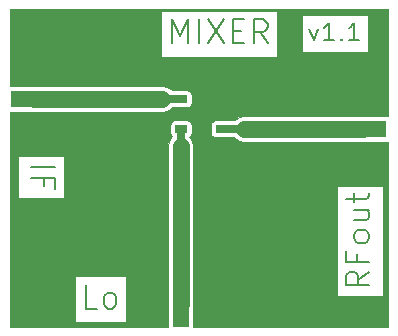
<source format=gbr>
G04 #@! TF.FileFunction,Copper,L1,Top,Signal*
%FSLAX46Y46*%
G04 Gerber Fmt 4.6, Leading zero omitted, Abs format (unit mm)*
G04 Created by KiCad (PCBNEW 4.0.2+dfsg1-stable) date Qua 18 Mai 2016 07:39:49 BRT*
%MOMM*%
G01*
G04 APERTURE LIST*
%ADD10C,0.100000*%
%ADD11C,0.150000*%
%ADD12C,0.200000*%
%ADD13C,1.500000*%
%ADD14R,4.000000X1.475000*%
%ADD15R,1.475000X4.000000*%
%ADD16R,1.090000X0.710000*%
%ADD17C,1.470000*%
%ADD18C,0.710000*%
G04 APERTURE END LIST*
D10*
D11*
X122952144Y-74100571D02*
X123309287Y-75100571D01*
X123666429Y-74100571D01*
X125023572Y-75100571D02*
X124166429Y-75100571D01*
X124595001Y-75100571D02*
X124595001Y-73600571D01*
X124452144Y-73814857D01*
X124309286Y-73957714D01*
X124166429Y-74029143D01*
X125666429Y-74957714D02*
X125737857Y-75029143D01*
X125666429Y-75100571D01*
X125595000Y-75029143D01*
X125666429Y-74957714D01*
X125666429Y-75100571D01*
X127166429Y-75100571D02*
X126309286Y-75100571D01*
X126737858Y-75100571D02*
X126737858Y-73600571D01*
X126595001Y-73814857D01*
X126452143Y-73957714D01*
X126309286Y-74029143D01*
D12*
X111316000Y-75326762D02*
X111316000Y-73326762D01*
X111982667Y-74755333D01*
X112649334Y-73326762D01*
X112649334Y-75326762D01*
X113601714Y-75326762D02*
X113601714Y-73326762D01*
X114363619Y-73326762D02*
X115696953Y-75326762D01*
X115696953Y-73326762D02*
X114363619Y-75326762D01*
X116458857Y-74279143D02*
X117125524Y-74279143D01*
X117411238Y-75326762D02*
X116458857Y-75326762D01*
X116458857Y-73326762D01*
X117411238Y-73326762D01*
X119411239Y-75326762D02*
X118744572Y-74374381D01*
X118268381Y-75326762D02*
X118268381Y-73326762D01*
X119030286Y-73326762D01*
X119220762Y-73422000D01*
X119316001Y-73517238D01*
X119411239Y-73707714D01*
X119411239Y-73993429D01*
X119316001Y-74183905D01*
X119220762Y-74279143D01*
X119030286Y-74374381D01*
X118268381Y-74374381D01*
X128034762Y-94699047D02*
X127082381Y-95365714D01*
X128034762Y-95841905D02*
X126034762Y-95841905D01*
X126034762Y-95080000D01*
X126130000Y-94889524D01*
X126225238Y-94794285D01*
X126415714Y-94699047D01*
X126701429Y-94699047D01*
X126891905Y-94794285D01*
X126987143Y-94889524D01*
X127082381Y-95080000D01*
X127082381Y-95841905D01*
X126987143Y-93175238D02*
X126987143Y-93841905D01*
X128034762Y-93841905D02*
X126034762Y-93841905D01*
X126034762Y-92889524D01*
X128034762Y-91841904D02*
X127939524Y-92032380D01*
X127844286Y-92127619D01*
X127653810Y-92222857D01*
X127082381Y-92222857D01*
X126891905Y-92127619D01*
X126796667Y-92032380D01*
X126701429Y-91841904D01*
X126701429Y-91556190D01*
X126796667Y-91365714D01*
X126891905Y-91270476D01*
X127082381Y-91175238D01*
X127653810Y-91175238D01*
X127844286Y-91270476D01*
X127939524Y-91365714D01*
X128034762Y-91556190D01*
X128034762Y-91841904D01*
X126701429Y-89460952D02*
X128034762Y-89460952D01*
X126701429Y-90318095D02*
X127749048Y-90318095D01*
X127939524Y-90222856D01*
X128034762Y-90032380D01*
X128034762Y-89746666D01*
X127939524Y-89556190D01*
X127844286Y-89460952D01*
X126701429Y-88794285D02*
X126701429Y-88032380D01*
X126034762Y-88508571D02*
X127749048Y-88508571D01*
X127939524Y-88413332D01*
X128034762Y-88222856D01*
X128034762Y-88032380D01*
X104974285Y-97804762D02*
X104021904Y-97804762D01*
X104021904Y-95804762D01*
X105926667Y-97804762D02*
X105736191Y-97709524D01*
X105640952Y-97614286D01*
X105545714Y-97423810D01*
X105545714Y-96852381D01*
X105640952Y-96661905D01*
X105736191Y-96566667D01*
X105926667Y-96471429D01*
X106212381Y-96471429D01*
X106402857Y-96566667D01*
X106498095Y-96661905D01*
X106593333Y-96852381D01*
X106593333Y-97423810D01*
X106498095Y-97614286D01*
X106402857Y-97709524D01*
X106212381Y-97804762D01*
X105926667Y-97804762D01*
X99415238Y-85782857D02*
X101415238Y-85782857D01*
X100462857Y-87401905D02*
X100462857Y-86735238D01*
X99415238Y-86735238D02*
X101415238Y-86735238D01*
X101415238Y-87687619D01*
D13*
X114540000Y-95000000D03*
X109540000Y-95000000D03*
X114540000Y-92500000D03*
X108980000Y-77040000D03*
X105980000Y-77040000D03*
X102980000Y-77040000D03*
X108980000Y-83040000D03*
X105980000Y-83040000D03*
X123000000Y-85090000D03*
X120500000Y-85090000D03*
X118000000Y-85090000D03*
X123000000Y-80090000D03*
X120500000Y-80090000D03*
X114540000Y-92500000D03*
X109540000Y-92500000D03*
X114540000Y-90000000D03*
X109540000Y-90000000D03*
X114540000Y-87500000D03*
X109540000Y-87500000D03*
X114540000Y-85000000D03*
D14*
X99630000Y-80040000D03*
D15*
X112040000Y-97450000D03*
D14*
X127460000Y-82590000D03*
D16*
X112066000Y-78770000D03*
X112066000Y-80040000D03*
X112066000Y-81310000D03*
X112066000Y-82580000D03*
X115514000Y-78770000D03*
X115514000Y-80040000D03*
X115514000Y-81310000D03*
X115514000Y-82580000D03*
D13*
X109540000Y-85000000D03*
X118000000Y-80090000D03*
X102980000Y-83040000D03*
D17*
X99630000Y-80040000D02*
X110510000Y-80040000D01*
D18*
X110510000Y-80040000D02*
X112066000Y-80040000D01*
D17*
X112040000Y-97450000D02*
X112040000Y-84020000D01*
D18*
X112066000Y-83994000D02*
X112066000Y-82580000D01*
X112040000Y-84020000D02*
X112066000Y-83994000D01*
D17*
X127460000Y-82590000D02*
X117420000Y-82590000D01*
D18*
X117410000Y-82580000D02*
X115514000Y-82580000D01*
X117420000Y-82590000D02*
X117410000Y-82580000D01*
D10*
G36*
X129575000Y-81518519D02*
X129460000Y-81495644D01*
X125460000Y-81495644D01*
X125412964Y-81505000D01*
X117420000Y-81505000D01*
X117004788Y-81587591D01*
X116652789Y-81822789D01*
X116617903Y-81875000D01*
X116093468Y-81875000D01*
X116059000Y-81868144D01*
X114969000Y-81868144D01*
X114832437Y-81895308D01*
X114716665Y-81972665D01*
X114639308Y-82088437D01*
X114612144Y-82225000D01*
X114612144Y-82935000D01*
X114639308Y-83071563D01*
X114716665Y-83187335D01*
X114832437Y-83264692D01*
X114969000Y-83291856D01*
X116059000Y-83291856D01*
X116093468Y-83285000D01*
X116604539Y-83285000D01*
X116652789Y-83357211D01*
X117004788Y-83592409D01*
X117420000Y-83675000D01*
X125412964Y-83675000D01*
X125460000Y-83684356D01*
X129460000Y-83684356D01*
X129575000Y-83661481D01*
X129575000Y-99375000D01*
X113134356Y-99375000D01*
X113134356Y-95450000D01*
X113125000Y-95402964D01*
X113125000Y-87391905D01*
X125290000Y-87391905D01*
X125290000Y-96768095D01*
X129190000Y-96768095D01*
X129190000Y-87391905D01*
X125290000Y-87391905D01*
X113125000Y-87391905D01*
X113125000Y-84020000D01*
X113042409Y-83604788D01*
X112807211Y-83252789D01*
X112786294Y-83238813D01*
X112863335Y-83187335D01*
X112940692Y-83071563D01*
X112967856Y-82935000D01*
X112967856Y-82225000D01*
X112940692Y-82088437D01*
X112863335Y-81972665D01*
X112747563Y-81895308D01*
X112611000Y-81868144D01*
X111521000Y-81868144D01*
X111384437Y-81895308D01*
X111268665Y-81972665D01*
X111191308Y-82088437D01*
X111164144Y-82225000D01*
X111164144Y-82935000D01*
X111191308Y-83071563D01*
X111268665Y-83187335D01*
X111319706Y-83221440D01*
X111272789Y-83252789D01*
X111037591Y-83604788D01*
X110955000Y-84020000D01*
X110955000Y-95402964D01*
X110945644Y-95450000D01*
X110945644Y-99375000D01*
X97605000Y-99375000D01*
X97605000Y-95060000D01*
X103095715Y-95060000D01*
X103095715Y-98960000D01*
X107424286Y-98960000D01*
X107424286Y-95060000D01*
X103095715Y-95060000D01*
X97605000Y-95060000D01*
X97605000Y-84856667D01*
X98260000Y-84856667D01*
X98260000Y-88423334D01*
X102160000Y-88423334D01*
X102160000Y-84856667D01*
X98260000Y-84856667D01*
X97605000Y-84856667D01*
X97605000Y-81129383D01*
X97630000Y-81134356D01*
X101630000Y-81134356D01*
X101677036Y-81125000D01*
X110510000Y-81125000D01*
X110925212Y-81042409D01*
X111277211Y-80807211D01*
X111318779Y-80745000D01*
X111486532Y-80745000D01*
X111521000Y-80751856D01*
X112611000Y-80751856D01*
X112747563Y-80724692D01*
X112863335Y-80647335D01*
X112940692Y-80531563D01*
X112967856Y-80395000D01*
X112967856Y-79685000D01*
X112940692Y-79548437D01*
X112863335Y-79432665D01*
X112747563Y-79355308D01*
X112611000Y-79328144D01*
X111521000Y-79328144D01*
X111486532Y-79335000D01*
X111318779Y-79335000D01*
X111277211Y-79272789D01*
X110925212Y-79037591D01*
X110510000Y-78955000D01*
X101677036Y-78955000D01*
X101630000Y-78945644D01*
X97630000Y-78945644D01*
X97605000Y-78950617D01*
X97605000Y-72582000D01*
X110389810Y-72582000D01*
X110389810Y-76482000D01*
X120242191Y-76482000D01*
X120242191Y-72954500D01*
X122312857Y-72954500D01*
X122312857Y-76054500D01*
X127877143Y-76054500D01*
X127877143Y-72954500D01*
X122312857Y-72954500D01*
X120242191Y-72954500D01*
X120242191Y-72582000D01*
X110389810Y-72582000D01*
X97605000Y-72582000D01*
X97605000Y-72425000D01*
X129575000Y-72425000D01*
X129575000Y-81518519D01*
X129575000Y-81518519D01*
G37*
X129575000Y-81518519D02*
X129460000Y-81495644D01*
X125460000Y-81495644D01*
X125412964Y-81505000D01*
X117420000Y-81505000D01*
X117004788Y-81587591D01*
X116652789Y-81822789D01*
X116617903Y-81875000D01*
X116093468Y-81875000D01*
X116059000Y-81868144D01*
X114969000Y-81868144D01*
X114832437Y-81895308D01*
X114716665Y-81972665D01*
X114639308Y-82088437D01*
X114612144Y-82225000D01*
X114612144Y-82935000D01*
X114639308Y-83071563D01*
X114716665Y-83187335D01*
X114832437Y-83264692D01*
X114969000Y-83291856D01*
X116059000Y-83291856D01*
X116093468Y-83285000D01*
X116604539Y-83285000D01*
X116652789Y-83357211D01*
X117004788Y-83592409D01*
X117420000Y-83675000D01*
X125412964Y-83675000D01*
X125460000Y-83684356D01*
X129460000Y-83684356D01*
X129575000Y-83661481D01*
X129575000Y-99375000D01*
X113134356Y-99375000D01*
X113134356Y-95450000D01*
X113125000Y-95402964D01*
X113125000Y-87391905D01*
X125290000Y-87391905D01*
X125290000Y-96768095D01*
X129190000Y-96768095D01*
X129190000Y-87391905D01*
X125290000Y-87391905D01*
X113125000Y-87391905D01*
X113125000Y-84020000D01*
X113042409Y-83604788D01*
X112807211Y-83252789D01*
X112786294Y-83238813D01*
X112863335Y-83187335D01*
X112940692Y-83071563D01*
X112967856Y-82935000D01*
X112967856Y-82225000D01*
X112940692Y-82088437D01*
X112863335Y-81972665D01*
X112747563Y-81895308D01*
X112611000Y-81868144D01*
X111521000Y-81868144D01*
X111384437Y-81895308D01*
X111268665Y-81972665D01*
X111191308Y-82088437D01*
X111164144Y-82225000D01*
X111164144Y-82935000D01*
X111191308Y-83071563D01*
X111268665Y-83187335D01*
X111319706Y-83221440D01*
X111272789Y-83252789D01*
X111037591Y-83604788D01*
X110955000Y-84020000D01*
X110955000Y-95402964D01*
X110945644Y-95450000D01*
X110945644Y-99375000D01*
X97605000Y-99375000D01*
X97605000Y-95060000D01*
X103095715Y-95060000D01*
X103095715Y-98960000D01*
X107424286Y-98960000D01*
X107424286Y-95060000D01*
X103095715Y-95060000D01*
X97605000Y-95060000D01*
X97605000Y-84856667D01*
X98260000Y-84856667D01*
X98260000Y-88423334D01*
X102160000Y-88423334D01*
X102160000Y-84856667D01*
X98260000Y-84856667D01*
X97605000Y-84856667D01*
X97605000Y-81129383D01*
X97630000Y-81134356D01*
X101630000Y-81134356D01*
X101677036Y-81125000D01*
X110510000Y-81125000D01*
X110925212Y-81042409D01*
X111277211Y-80807211D01*
X111318779Y-80745000D01*
X111486532Y-80745000D01*
X111521000Y-80751856D01*
X112611000Y-80751856D01*
X112747563Y-80724692D01*
X112863335Y-80647335D01*
X112940692Y-80531563D01*
X112967856Y-80395000D01*
X112967856Y-79685000D01*
X112940692Y-79548437D01*
X112863335Y-79432665D01*
X112747563Y-79355308D01*
X112611000Y-79328144D01*
X111521000Y-79328144D01*
X111486532Y-79335000D01*
X111318779Y-79335000D01*
X111277211Y-79272789D01*
X110925212Y-79037591D01*
X110510000Y-78955000D01*
X101677036Y-78955000D01*
X101630000Y-78945644D01*
X97630000Y-78945644D01*
X97605000Y-78950617D01*
X97605000Y-72582000D01*
X110389810Y-72582000D01*
X110389810Y-76482000D01*
X120242191Y-76482000D01*
X120242191Y-72954500D01*
X122312857Y-72954500D01*
X122312857Y-76054500D01*
X127877143Y-76054500D01*
X127877143Y-72954500D01*
X122312857Y-72954500D01*
X120242191Y-72954500D01*
X120242191Y-72582000D01*
X110389810Y-72582000D01*
X97605000Y-72582000D01*
X97605000Y-72425000D01*
X129575000Y-72425000D01*
X129575000Y-81518519D01*
M02*

</source>
